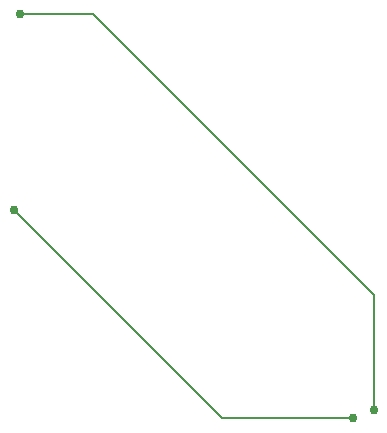
<source format=gbl>
G75*
%MOIN*%
%OFA0B0*%
%FSLAX25Y25*%
%IPPOS*%
%LPD*%
%AMOC8*
5,1,8,0,0,1.08239X$1,22.5*
%
%ADD10C,0.00787*%
%ADD11C,0.02978*%
D10*
X0146860Y0123130D02*
X0190563Y0123130D01*
X0197500Y0125905D02*
X0197500Y0164058D01*
X0103850Y0257708D01*
X0079571Y0257708D01*
X0077490Y0192500D02*
X0146860Y0123130D01*
D11*
X0190563Y0123130D03*
X0197500Y0125905D03*
X0077490Y0192500D03*
X0079571Y0257708D03*
M02*

</source>
